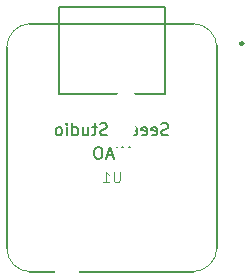
<source format=gbr>
%TF.GenerationSoftware,KiCad,Pcbnew,8.0.6*%
%TF.CreationDate,2024-10-24T04:55:56-04:00*%
%TF.ProjectId,pcb,7063622e-6b69-4636-9164-5f7063625858,rev?*%
%TF.SameCoordinates,Original*%
%TF.FileFunction,Legend,Bot*%
%TF.FilePolarity,Positive*%
%FSLAX46Y46*%
G04 Gerber Fmt 4.6, Leading zero omitted, Abs format (unit mm)*
G04 Created by KiCad (PCBNEW 8.0.6) date 2024-10-24 04:55:56*
%MOMM*%
%LPD*%
G01*
G04 APERTURE LIST*
%ADD10C,0.101600*%
%ADD11C,0.150000*%
%ADD12C,0.127000*%
%ADD13C,0.120000*%
%ADD14C,0.254000*%
%ADD15C,0.025400*%
%ADD16R,1.600000X1.600000*%
%ADD17O,1.600000X1.600000*%
%ADD18C,1.700000*%
%ADD19C,4.000000*%
%ADD20C,2.200000*%
%ADD21R,1.700000X1.700000*%
%ADD22O,1.700000X1.700000*%
G04 APERTURE END LIST*
D10*
X125552333Y-49976985D02*
X125552333Y-50696652D01*
X125552333Y-50696652D02*
X125510000Y-50781318D01*
X125510000Y-50781318D02*
X125467666Y-50823652D01*
X125467666Y-50823652D02*
X125383000Y-50865985D01*
X125383000Y-50865985D02*
X125213666Y-50865985D01*
X125213666Y-50865985D02*
X125129000Y-50823652D01*
X125129000Y-50823652D02*
X125086666Y-50781318D01*
X125086666Y-50781318D02*
X125044333Y-50696652D01*
X125044333Y-50696652D02*
X125044333Y-49976985D01*
X124155333Y-50865985D02*
X124663333Y-50865985D01*
X124409333Y-50865985D02*
X124409333Y-49976985D01*
X124409333Y-49976985D02*
X124494000Y-50103985D01*
X124494000Y-50103985D02*
X124578667Y-50188652D01*
X124578667Y-50188652D02*
X124663333Y-50230985D01*
D11*
X126398808Y-47874819D02*
X125732142Y-48874819D01*
X125732142Y-47874819D02*
X126398808Y-48874819D01*
X125351189Y-48874819D02*
X125351189Y-47874819D01*
X124922618Y-48589104D02*
X124446428Y-48589104D01*
X125017856Y-48874819D02*
X124684523Y-47874819D01*
X124684523Y-47874819D02*
X124351190Y-48874819D01*
X123827380Y-47874819D02*
X123636904Y-47874819D01*
X123636904Y-47874819D02*
X123541666Y-47922438D01*
X123541666Y-47922438D02*
X123446428Y-48017676D01*
X123446428Y-48017676D02*
X123398809Y-48208152D01*
X123398809Y-48208152D02*
X123398809Y-48541485D01*
X123398809Y-48541485D02*
X123446428Y-48731961D01*
X123446428Y-48731961D02*
X123541666Y-48827200D01*
X123541666Y-48827200D02*
X123636904Y-48874819D01*
X123636904Y-48874819D02*
X123827380Y-48874819D01*
X123827380Y-48874819D02*
X123922618Y-48827200D01*
X123922618Y-48827200D02*
X124017856Y-48731961D01*
X124017856Y-48731961D02*
X124065475Y-48541485D01*
X124065475Y-48541485D02*
X124065475Y-48208152D01*
X124065475Y-48208152D02*
X124017856Y-48017676D01*
X124017856Y-48017676D02*
X123922618Y-47922438D01*
X123922618Y-47922438D02*
X123827380Y-47874819D01*
X129636904Y-46827200D02*
X129494047Y-46874819D01*
X129494047Y-46874819D02*
X129255952Y-46874819D01*
X129255952Y-46874819D02*
X129160714Y-46827200D01*
X129160714Y-46827200D02*
X129113095Y-46779580D01*
X129113095Y-46779580D02*
X129065476Y-46684342D01*
X129065476Y-46684342D02*
X129065476Y-46589104D01*
X129065476Y-46589104D02*
X129113095Y-46493866D01*
X129113095Y-46493866D02*
X129160714Y-46446247D01*
X129160714Y-46446247D02*
X129255952Y-46398628D01*
X129255952Y-46398628D02*
X129446428Y-46351009D01*
X129446428Y-46351009D02*
X129541666Y-46303390D01*
X129541666Y-46303390D02*
X129589285Y-46255771D01*
X129589285Y-46255771D02*
X129636904Y-46160533D01*
X129636904Y-46160533D02*
X129636904Y-46065295D01*
X129636904Y-46065295D02*
X129589285Y-45970057D01*
X129589285Y-45970057D02*
X129541666Y-45922438D01*
X129541666Y-45922438D02*
X129446428Y-45874819D01*
X129446428Y-45874819D02*
X129208333Y-45874819D01*
X129208333Y-45874819D02*
X129065476Y-45922438D01*
X128255952Y-46827200D02*
X128351190Y-46874819D01*
X128351190Y-46874819D02*
X128541666Y-46874819D01*
X128541666Y-46874819D02*
X128636904Y-46827200D01*
X128636904Y-46827200D02*
X128684523Y-46731961D01*
X128684523Y-46731961D02*
X128684523Y-46351009D01*
X128684523Y-46351009D02*
X128636904Y-46255771D01*
X128636904Y-46255771D02*
X128541666Y-46208152D01*
X128541666Y-46208152D02*
X128351190Y-46208152D01*
X128351190Y-46208152D02*
X128255952Y-46255771D01*
X128255952Y-46255771D02*
X128208333Y-46351009D01*
X128208333Y-46351009D02*
X128208333Y-46446247D01*
X128208333Y-46446247D02*
X128684523Y-46541485D01*
X127398809Y-46827200D02*
X127494047Y-46874819D01*
X127494047Y-46874819D02*
X127684523Y-46874819D01*
X127684523Y-46874819D02*
X127779761Y-46827200D01*
X127779761Y-46827200D02*
X127827380Y-46731961D01*
X127827380Y-46731961D02*
X127827380Y-46351009D01*
X127827380Y-46351009D02*
X127779761Y-46255771D01*
X127779761Y-46255771D02*
X127684523Y-46208152D01*
X127684523Y-46208152D02*
X127494047Y-46208152D01*
X127494047Y-46208152D02*
X127398809Y-46255771D01*
X127398809Y-46255771D02*
X127351190Y-46351009D01*
X127351190Y-46351009D02*
X127351190Y-46446247D01*
X127351190Y-46446247D02*
X127827380Y-46541485D01*
X126541666Y-46827200D02*
X126636904Y-46874819D01*
X126636904Y-46874819D02*
X126827380Y-46874819D01*
X126827380Y-46874819D02*
X126922618Y-46827200D01*
X126922618Y-46827200D02*
X126970237Y-46731961D01*
X126970237Y-46731961D02*
X126970237Y-46351009D01*
X126970237Y-46351009D02*
X126922618Y-46255771D01*
X126922618Y-46255771D02*
X126827380Y-46208152D01*
X126827380Y-46208152D02*
X126636904Y-46208152D01*
X126636904Y-46208152D02*
X126541666Y-46255771D01*
X126541666Y-46255771D02*
X126494047Y-46351009D01*
X126494047Y-46351009D02*
X126494047Y-46446247D01*
X126494047Y-46446247D02*
X126970237Y-46541485D01*
X125636904Y-46874819D02*
X125636904Y-45874819D01*
X125636904Y-46827200D02*
X125732142Y-46874819D01*
X125732142Y-46874819D02*
X125922618Y-46874819D01*
X125922618Y-46874819D02*
X126017856Y-46827200D01*
X126017856Y-46827200D02*
X126065475Y-46779580D01*
X126065475Y-46779580D02*
X126113094Y-46684342D01*
X126113094Y-46684342D02*
X126113094Y-46398628D01*
X126113094Y-46398628D02*
X126065475Y-46303390D01*
X126065475Y-46303390D02*
X126017856Y-46255771D01*
X126017856Y-46255771D02*
X125922618Y-46208152D01*
X125922618Y-46208152D02*
X125732142Y-46208152D01*
X125732142Y-46208152D02*
X125636904Y-46255771D01*
X124446427Y-46827200D02*
X124303570Y-46874819D01*
X124303570Y-46874819D02*
X124065475Y-46874819D01*
X124065475Y-46874819D02*
X123970237Y-46827200D01*
X123970237Y-46827200D02*
X123922618Y-46779580D01*
X123922618Y-46779580D02*
X123874999Y-46684342D01*
X123874999Y-46684342D02*
X123874999Y-46589104D01*
X123874999Y-46589104D02*
X123922618Y-46493866D01*
X123922618Y-46493866D02*
X123970237Y-46446247D01*
X123970237Y-46446247D02*
X124065475Y-46398628D01*
X124065475Y-46398628D02*
X124255951Y-46351009D01*
X124255951Y-46351009D02*
X124351189Y-46303390D01*
X124351189Y-46303390D02*
X124398808Y-46255771D01*
X124398808Y-46255771D02*
X124446427Y-46160533D01*
X124446427Y-46160533D02*
X124446427Y-46065295D01*
X124446427Y-46065295D02*
X124398808Y-45970057D01*
X124398808Y-45970057D02*
X124351189Y-45922438D01*
X124351189Y-45922438D02*
X124255951Y-45874819D01*
X124255951Y-45874819D02*
X124017856Y-45874819D01*
X124017856Y-45874819D02*
X123874999Y-45922438D01*
X123589284Y-46208152D02*
X123208332Y-46208152D01*
X123446427Y-45874819D02*
X123446427Y-46731961D01*
X123446427Y-46731961D02*
X123398808Y-46827200D01*
X123398808Y-46827200D02*
X123303570Y-46874819D01*
X123303570Y-46874819D02*
X123208332Y-46874819D01*
X122446427Y-46208152D02*
X122446427Y-46874819D01*
X122874998Y-46208152D02*
X122874998Y-46731961D01*
X122874998Y-46731961D02*
X122827379Y-46827200D01*
X122827379Y-46827200D02*
X122732141Y-46874819D01*
X122732141Y-46874819D02*
X122589284Y-46874819D01*
X122589284Y-46874819D02*
X122494046Y-46827200D01*
X122494046Y-46827200D02*
X122446427Y-46779580D01*
X121541665Y-46874819D02*
X121541665Y-45874819D01*
X121541665Y-46827200D02*
X121636903Y-46874819D01*
X121636903Y-46874819D02*
X121827379Y-46874819D01*
X121827379Y-46874819D02*
X121922617Y-46827200D01*
X121922617Y-46827200D02*
X121970236Y-46779580D01*
X121970236Y-46779580D02*
X122017855Y-46684342D01*
X122017855Y-46684342D02*
X122017855Y-46398628D01*
X122017855Y-46398628D02*
X121970236Y-46303390D01*
X121970236Y-46303390D02*
X121922617Y-46255771D01*
X121922617Y-46255771D02*
X121827379Y-46208152D01*
X121827379Y-46208152D02*
X121636903Y-46208152D01*
X121636903Y-46208152D02*
X121541665Y-46255771D01*
X121065474Y-46874819D02*
X121065474Y-46208152D01*
X121065474Y-45874819D02*
X121113093Y-45922438D01*
X121113093Y-45922438D02*
X121065474Y-45970057D01*
X121065474Y-45970057D02*
X121017855Y-45922438D01*
X121017855Y-45922438D02*
X121065474Y-45874819D01*
X121065474Y-45874819D02*
X121065474Y-45970057D01*
X120446427Y-46874819D02*
X120541665Y-46827200D01*
X120541665Y-46827200D02*
X120589284Y-46779580D01*
X120589284Y-46779580D02*
X120636903Y-46684342D01*
X120636903Y-46684342D02*
X120636903Y-46398628D01*
X120636903Y-46398628D02*
X120589284Y-46303390D01*
X120589284Y-46303390D02*
X120541665Y-46255771D01*
X120541665Y-46255771D02*
X120446427Y-46208152D01*
X120446427Y-46208152D02*
X120303570Y-46208152D01*
X120303570Y-46208152D02*
X120208332Y-46255771D01*
X120208332Y-46255771D02*
X120160713Y-46303390D01*
X120160713Y-46303390D02*
X120113094Y-46398628D01*
X120113094Y-46398628D02*
X120113094Y-46684342D01*
X120113094Y-46684342D02*
X120160713Y-46779580D01*
X120160713Y-46779580D02*
X120208332Y-46827200D01*
X120208332Y-46827200D02*
X120303570Y-46874819D01*
X120303570Y-46874819D02*
X120446427Y-46874819D01*
D12*
%TO.C,U1*%
X115975000Y-39420000D02*
X115975000Y-56420000D01*
X117975000Y-58420000D02*
X131775000Y-58420000D01*
X120375000Y-35995970D02*
X129375000Y-35995970D01*
X120375000Y-43349270D02*
X120375000Y-35995970D01*
X129375000Y-35995970D02*
X129375000Y-43349270D01*
X129375000Y-43349270D02*
X120375000Y-43349270D01*
X131775000Y-37420910D02*
X117975000Y-37420910D01*
X133775000Y-56420000D02*
X133775000Y-39420000D01*
D13*
X115975000Y-39420000D02*
G75*
G02*
X117975000Y-37420000I2044610J-44610D01*
G01*
X117975000Y-58420000D02*
G75*
G02*
X115975000Y-56420000I0J2000000D01*
G01*
X131775000Y-37420000D02*
G75*
G02*
X133775000Y-39420000I-44612J-2044612D01*
G01*
X133775000Y-56420000D02*
G75*
G02*
X131775000Y-58420000I-2044857J44857D01*
G01*
D14*
X136002000Y-39120000D02*
G75*
G02*
X135748000Y-39120000I-127000J0D01*
G01*
X135748000Y-39120000D02*
G75*
G02*
X136002000Y-39120000I127000J0D01*
G01*
D15*
X133759667Y-39309527D02*
X133762715Y-39358295D01*
X133755603Y-39260506D01*
X133759667Y-39309527D01*
X116032752Y-56830955D02*
X116022847Y-56782950D01*
X116013956Y-56734690D01*
X116006336Y-56686175D01*
X115999732Y-56637407D01*
X115994399Y-56588639D01*
X115990335Y-56539618D01*
X115987287Y-56490850D01*
X115985508Y-56441574D01*
X116032752Y-56830955D01*
%TD*%
%LPC*%
D16*
%TO.C,D12*%
X153500000Y-103500000D03*
D17*
X153500000Y-95880000D03*
%TD*%
D16*
%TO.C,D10*%
X153500000Y-65500000D03*
D17*
X153500000Y-57880000D03*
%TD*%
D18*
%TO.C,SW10*%
X157920000Y-60500000D03*
D19*
X163000000Y-60500000D03*
D18*
X168080000Y-60500000D03*
D20*
X165540000Y-55420000D03*
X159190000Y-57960000D03*
%TD*%
D16*
%TO.C,D8*%
X134500000Y-84620000D03*
D17*
X134500000Y-77000000D03*
%TD*%
D18*
%TO.C,SW9*%
X138840000Y-98500000D03*
D19*
X143920000Y-98500000D03*
D18*
X149000000Y-98500000D03*
D20*
X146460000Y-93420000D03*
X140110000Y-95960000D03*
%TD*%
D16*
%TO.C,D9*%
X134500000Y-103620000D03*
D17*
X134500000Y-96000000D03*
%TD*%
D18*
%TO.C,SW2*%
X100710000Y-79500000D03*
D19*
X105790000Y-79500000D03*
D18*
X110870000Y-79500000D03*
D20*
X108330000Y-74420000D03*
X101980000Y-76960000D03*
%TD*%
D18*
%TO.C,SW4*%
X119840000Y-60580000D03*
D19*
X124920000Y-60580000D03*
D18*
X130000000Y-60580000D03*
D20*
X127460000Y-55500000D03*
X121110000Y-58040000D03*
%TD*%
D18*
%TO.C,SW1*%
X100710000Y-60580000D03*
D19*
X105790000Y-60580000D03*
D18*
X110870000Y-60580000D03*
D20*
X108330000Y-55500000D03*
X101980000Y-58040000D03*
%TD*%
D16*
%TO.C,D4*%
X115500000Y-65810000D03*
D17*
X115500000Y-58190000D03*
%TD*%
D16*
%TO.C,D5*%
X115500000Y-84620000D03*
D17*
X115500000Y-77000000D03*
%TD*%
D16*
%TO.C,D11*%
X153500000Y-84500000D03*
D17*
X153500000Y-76880000D03*
%TD*%
D18*
%TO.C,SW3*%
X100840000Y-98500000D03*
D19*
X105920000Y-98500000D03*
D18*
X111000000Y-98500000D03*
D20*
X108460000Y-93420000D03*
X102110000Y-95960000D03*
%TD*%
D21*
%TO.C,J1*%
X126100000Y-48800000D03*
D22*
X126100000Y-46260000D03*
X126100000Y-43720000D03*
X126100000Y-41180000D03*
%TD*%
D18*
%TO.C,SW5*%
X119840000Y-79500000D03*
D19*
X124920000Y-79500000D03*
D18*
X130000000Y-79500000D03*
D20*
X127460000Y-74420000D03*
X121110000Y-76960000D03*
%TD*%
D16*
%TO.C,D6*%
X115500000Y-103620000D03*
D17*
X115500000Y-96000000D03*
%TD*%
D16*
%TO.C,D7*%
X134500000Y-65620000D03*
D17*
X134500000Y-58000000D03*
%TD*%
D18*
%TO.C,SW6*%
X119840000Y-98500000D03*
D19*
X124920000Y-98500000D03*
D18*
X130000000Y-98500000D03*
D20*
X127460000Y-93420000D03*
X121110000Y-95960000D03*
%TD*%
D18*
%TO.C,SW8*%
X138760000Y-79500000D03*
D19*
X143840000Y-79500000D03*
D18*
X148920000Y-79500000D03*
D20*
X146380000Y-74420000D03*
X140030000Y-76960000D03*
%TD*%
D18*
%TO.C,SW7*%
X138760000Y-60580000D03*
D19*
X143840000Y-60580000D03*
D18*
X148920000Y-60580000D03*
D20*
X146380000Y-55500000D03*
X140030000Y-58040000D03*
%TD*%
D16*
%TO.C,D1*%
X97500000Y-65810000D03*
D17*
X97500000Y-58190000D03*
%TD*%
D16*
%TO.C,D2*%
X97500000Y-84620000D03*
D17*
X97500000Y-77000000D03*
%TD*%
D16*
%TO.C,D3*%
X97500000Y-103310000D03*
D17*
X97500000Y-95690000D03*
%TD*%
D18*
%TO.C,SW12*%
X157840000Y-98500000D03*
D19*
X162920000Y-98500000D03*
D18*
X168000000Y-98500000D03*
D20*
X165460000Y-93420000D03*
X159110000Y-95960000D03*
%TD*%
D18*
%TO.C,SW11*%
X157760000Y-79500000D03*
D19*
X162840000Y-79500000D03*
D18*
X167920000Y-79500000D03*
D20*
X165380000Y-74420000D03*
X159030000Y-76960000D03*
%TD*%
D21*
%TO.C,U1*%
X132500000Y-40300000D03*
D18*
X132500000Y-42840000D03*
X132500000Y-45380000D03*
X132500000Y-47920000D03*
X132500000Y-50460000D03*
X132500000Y-53000000D03*
X132500000Y-55540000D03*
X117250000Y-55540000D03*
X117250000Y-53000000D03*
X117250000Y-50460000D03*
X117250000Y-47920000D03*
X117250000Y-45380000D03*
X117250000Y-42840000D03*
X117250000Y-40300000D03*
%TD*%
%LPD*%
M02*

</source>
